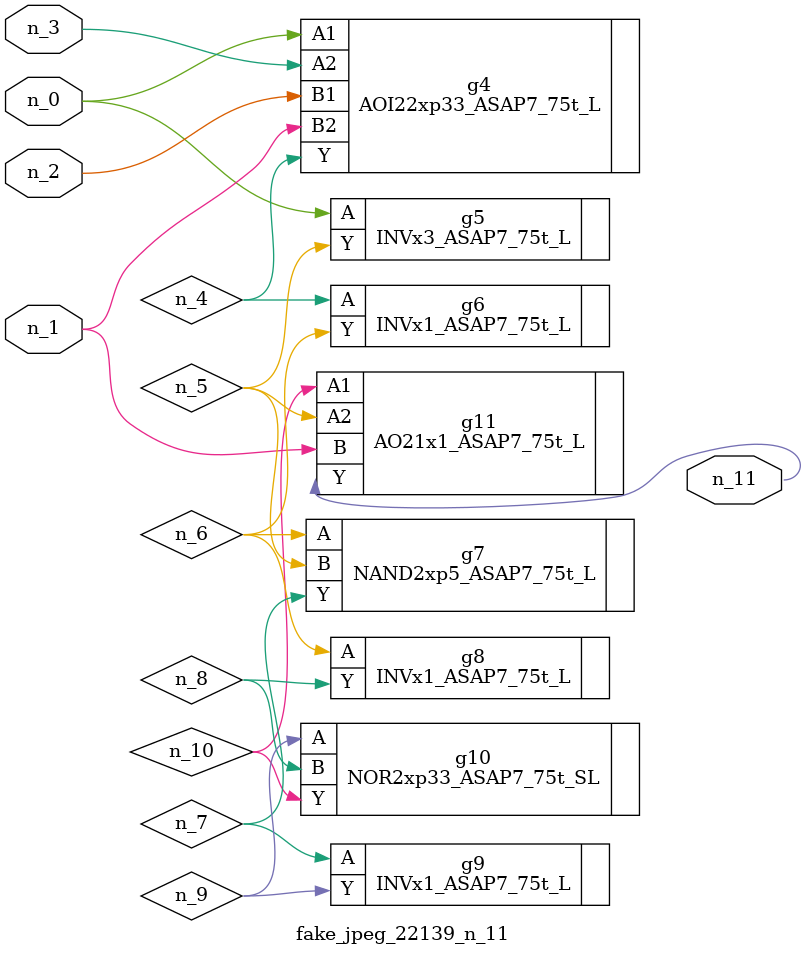
<source format=v>
module fake_jpeg_22139_n_11 (n_0, n_3, n_2, n_1, n_11);

input n_0;
input n_3;
input n_2;
input n_1;

output n_11;

wire n_10;
wire n_4;
wire n_8;
wire n_9;
wire n_6;
wire n_5;
wire n_7;

AOI22xp33_ASAP7_75t_L g4 ( 
.A1(n_0),
.A2(n_3),
.B1(n_2),
.B2(n_1),
.Y(n_4)
);

INVx3_ASAP7_75t_L g5 ( 
.A(n_0),
.Y(n_5)
);

INVx1_ASAP7_75t_L g6 ( 
.A(n_4),
.Y(n_6)
);

INVx1_ASAP7_75t_L g8 ( 
.A(n_6),
.Y(n_8)
);

NAND2xp5_ASAP7_75t_L g7 ( 
.A(n_6),
.B(n_5),
.Y(n_7)
);

INVx1_ASAP7_75t_L g9 ( 
.A(n_7),
.Y(n_9)
);

NOR2xp33_ASAP7_75t_SL g10 ( 
.A(n_9),
.B(n_8),
.Y(n_10)
);

AO21x1_ASAP7_75t_L g11 ( 
.A1(n_10),
.A2(n_5),
.B(n_1),
.Y(n_11)
);


endmodule
</source>
